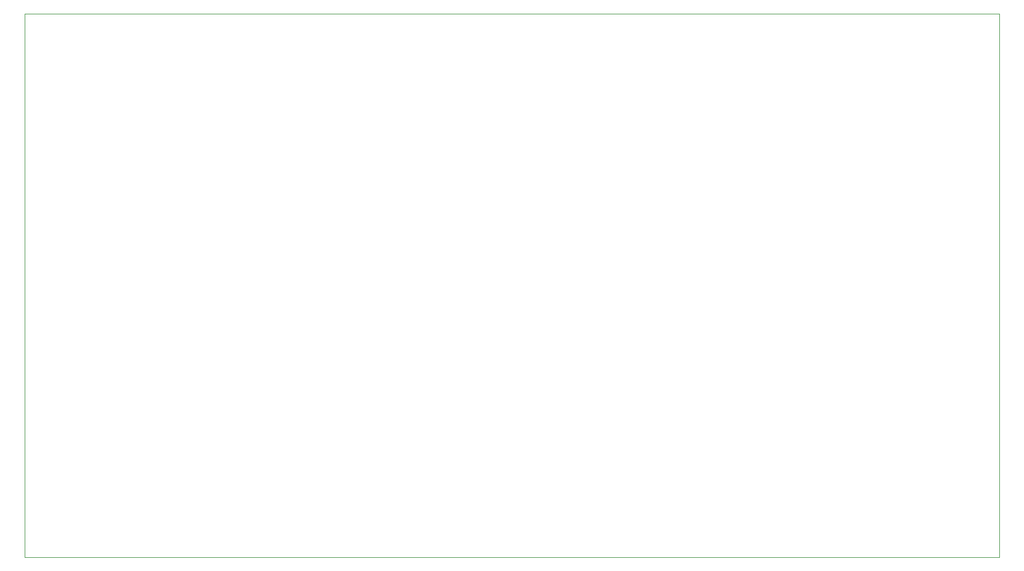
<source format=gko>
G04 #@! TF.FileFunction,Profile,NP*
%FSLAX46Y46*%
G04 Gerber Fmt 4.6, Leading zero omitted, Abs format (unit mm)*
G04 Created by KiCad (PCBNEW (2015-06-14 BZR 5748)-product) date Monday, August 03, 2015 'AMt' 10:40:36 AM*
%MOMM*%
G01*
G04 APERTURE LIST*
%ADD10C,0.100000*%
G04 APERTURE END LIST*
D10*
X118872000Y-99568000D02*
X118872000Y-22860000D01*
X262128000Y-99568000D02*
X118872000Y-99568000D01*
X262636000Y-99568000D02*
X262128000Y-99568000D01*
X262636000Y-19304000D02*
X262636000Y-99568000D01*
X118872000Y-19304000D02*
X262636000Y-19304000D01*
X118872000Y-21844000D02*
X118872000Y-19304000D01*
X118872000Y-22860000D02*
X118872000Y-21844000D01*
M02*

</source>
